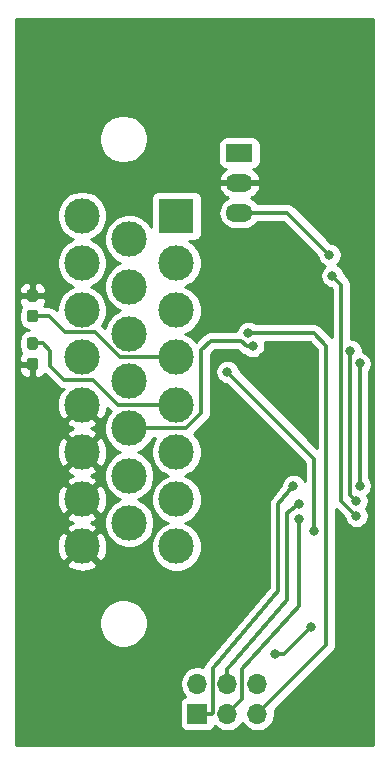
<source format=gbr>
G04 #@! TF.GenerationSoftware,KiCad,Pcbnew,5.1.6-c6e7f7d~87~ubuntu18.04.1*
G04 #@! TF.CreationDate,2020-11-30T10:13:03-05:00*
G04 #@! TF.ProjectId,pedal-board-2020,70656461-6c2d-4626-9f61-72642d323032,rev?*
G04 #@! TF.SameCoordinates,Original*
G04 #@! TF.FileFunction,Copper,L2,Bot*
G04 #@! TF.FilePolarity,Positive*
%FSLAX46Y46*%
G04 Gerber Fmt 4.6, Leading zero omitted, Abs format (unit mm)*
G04 Created by KiCad (PCBNEW 5.1.6-c6e7f7d~87~ubuntu18.04.1) date 2020-11-30 10:13:03*
%MOMM*%
%LPD*%
G01*
G04 APERTURE LIST*
G04 #@! TA.AperFunction,ComponentPad*
%ADD10R,3.000000X3.000000*%
G04 #@! TD*
G04 #@! TA.AperFunction,ComponentPad*
%ADD11C,3.000000*%
G04 #@! TD*
G04 #@! TA.AperFunction,ComponentPad*
%ADD12O,2.300000X1.500000*%
G04 #@! TD*
G04 #@! TA.AperFunction,ComponentPad*
%ADD13R,2.300000X1.500000*%
G04 #@! TD*
G04 #@! TA.AperFunction,ComponentPad*
%ADD14O,1.700000X1.700000*%
G04 #@! TD*
G04 #@! TA.AperFunction,ComponentPad*
%ADD15R,1.700000X1.700000*%
G04 #@! TD*
G04 #@! TA.AperFunction,ViaPad*
%ADD16C,0.800000*%
G04 #@! TD*
G04 #@! TA.AperFunction,Conductor*
%ADD17C,0.360000*%
G04 #@! TD*
G04 #@! TA.AperFunction,Conductor*
%ADD18C,0.254000*%
G04 #@! TD*
G04 APERTURE END LIST*
D10*
X96012000Y-68326000D03*
D11*
X96012000Y-72326000D03*
X96012000Y-76326000D03*
X96012000Y-80326000D03*
X96012000Y-84326000D03*
X96012000Y-88326000D03*
X96012000Y-92326000D03*
X96012000Y-96326000D03*
X92012000Y-70326000D03*
X92012000Y-74326000D03*
X92012000Y-78326000D03*
X92012000Y-82326000D03*
X92012000Y-86326000D03*
X92012000Y-90326000D03*
X92012000Y-94326000D03*
X88012000Y-68326000D03*
X88012000Y-72326000D03*
X88012000Y-76326000D03*
X88012000Y-80326000D03*
X88012000Y-84326000D03*
X88012000Y-88326000D03*
X88012000Y-92326000D03*
X88012000Y-96326000D03*
G04 #@! TA.AperFunction,SMDPad,CuDef*
G36*
G01*
X84057500Y-75596000D02*
X83582500Y-75596000D01*
G75*
G02*
X83345000Y-75358500I0J237500D01*
G01*
X83345000Y-74783500D01*
G75*
G02*
X83582500Y-74546000I237500J0D01*
G01*
X84057500Y-74546000D01*
G75*
G02*
X84295000Y-74783500I0J-237500D01*
G01*
X84295000Y-75358500D01*
G75*
G02*
X84057500Y-75596000I-237500J0D01*
G01*
G37*
G04 #@! TD.AperFunction*
G04 #@! TA.AperFunction,SMDPad,CuDef*
G36*
G01*
X84057500Y-77346000D02*
X83582500Y-77346000D01*
G75*
G02*
X83345000Y-77108500I0J237500D01*
G01*
X83345000Y-76533500D01*
G75*
G02*
X83582500Y-76296000I237500J0D01*
G01*
X84057500Y-76296000D01*
G75*
G02*
X84295000Y-76533500I0J-237500D01*
G01*
X84295000Y-77108500D01*
G75*
G02*
X84057500Y-77346000I-237500J0D01*
G01*
G37*
G04 #@! TD.AperFunction*
G04 #@! TA.AperFunction,SMDPad,CuDef*
G36*
G01*
X83582500Y-80360000D02*
X84057500Y-80360000D01*
G75*
G02*
X84295000Y-80597500I0J-237500D01*
G01*
X84295000Y-81172500D01*
G75*
G02*
X84057500Y-81410000I-237500J0D01*
G01*
X83582500Y-81410000D01*
G75*
G02*
X83345000Y-81172500I0J237500D01*
G01*
X83345000Y-80597500D01*
G75*
G02*
X83582500Y-80360000I237500J0D01*
G01*
G37*
G04 #@! TD.AperFunction*
G04 #@! TA.AperFunction,SMDPad,CuDef*
G36*
G01*
X83582500Y-78610000D02*
X84057500Y-78610000D01*
G75*
G02*
X84295000Y-78847500I0J-237500D01*
G01*
X84295000Y-79422500D01*
G75*
G02*
X84057500Y-79660000I-237500J0D01*
G01*
X83582500Y-79660000D01*
G75*
G02*
X83345000Y-79422500I0J237500D01*
G01*
X83345000Y-78847500D01*
G75*
G02*
X83582500Y-78610000I237500J0D01*
G01*
G37*
G04 #@! TD.AperFunction*
D12*
X101346000Y-68072000D03*
X101346000Y-65532000D03*
D13*
X101346000Y-62992000D03*
D14*
X102870000Y-107950000D03*
X102870000Y-110490000D03*
X100330000Y-107950000D03*
X100330000Y-110490000D03*
X97790000Y-107950000D03*
D15*
X97790000Y-110490000D03*
D16*
X105028000Y-80264000D03*
X103378000Y-80264000D03*
X102768400Y-98450400D03*
X98399600Y-99568000D03*
X104521000Y-88392000D03*
X104394000Y-105428000D03*
X107442000Y-103124000D03*
X108966000Y-71628000D03*
X102108000Y-78232000D03*
X110744000Y-79756000D03*
X111252000Y-92456000D03*
X106426000Y-92710000D03*
X106426000Y-93980000D03*
X111252000Y-93726000D03*
X109220000Y-73406000D03*
X111524000Y-80820456D03*
X111524000Y-91186000D03*
X105918000Y-91186000D03*
X100330000Y-81534000D03*
X107696000Y-94996000D03*
X102500000Y-79350000D03*
D17*
X105028000Y-80264000D02*
X103378000Y-80264000D01*
X104394000Y-105428000D02*
X105138000Y-105428000D01*
X105138000Y-105428000D02*
X107442000Y-103124000D01*
X101346000Y-68072000D02*
X105410000Y-68072000D01*
X105410000Y-68072000D02*
X108966000Y-71628000D01*
X107632000Y-78232000D02*
X102108000Y-78232000D01*
X108712000Y-79312000D02*
X107632000Y-78232000D01*
X102870000Y-110490000D02*
X108712000Y-104648000D01*
X108712000Y-104648000D02*
X108712000Y-79312000D01*
X110744000Y-79756000D02*
X110744000Y-91948000D01*
X110744000Y-91948000D02*
X111252000Y-92456000D01*
X105410000Y-93472000D02*
X106426000Y-92710000D01*
X105410000Y-100838000D02*
X105410000Y-93472000D01*
X100584000Y-106426000D02*
X105410000Y-100838000D01*
X100330000Y-106680000D02*
X100330000Y-107950000D01*
X100584000Y-106426000D02*
X100330000Y-106680000D01*
X109963999Y-74149999D02*
X109220000Y-73406000D01*
X111252000Y-93726000D02*
X109963999Y-92437999D01*
X109963999Y-92437999D02*
X109963999Y-74149999D01*
X106426000Y-101346000D02*
X106426000Y-93980000D01*
X101600000Y-106680000D02*
X106426000Y-101346000D01*
X101600000Y-109220000D02*
X100330000Y-110490000D01*
X101600000Y-106680000D02*
X101600000Y-109220000D01*
X111524000Y-80820456D02*
X111524000Y-91186000D01*
X104648000Y-92710000D02*
X105918000Y-91186000D01*
X104648000Y-100076000D02*
X104648000Y-92710000D01*
X99314000Y-106426000D02*
X104648000Y-100076000D01*
X99000000Y-110490000D02*
X97790000Y-110490000D01*
X99099999Y-110390001D02*
X99000000Y-110490000D01*
X99099999Y-106640001D02*
X99099999Y-110390001D01*
X99314000Y-106426000D02*
X99099999Y-106640001D01*
X88914401Y-82206001D02*
X86524001Y-82206001D01*
X96012000Y-84326000D02*
X91034400Y-84326000D01*
X91034400Y-84326000D02*
X88914401Y-82206001D01*
X86524001Y-82206001D02*
X85344000Y-81026000D01*
X85344000Y-81026000D02*
X85344000Y-79756000D01*
X84723000Y-79135000D02*
X83820000Y-79135000D01*
X85344000Y-79756000D02*
X84723000Y-79135000D01*
X89109599Y-78206001D02*
X86588001Y-78206001D01*
X96012000Y-80326000D02*
X91229598Y-80326000D01*
X91229598Y-80326000D02*
X89109599Y-78206001D01*
X85203000Y-76821000D02*
X83820000Y-76821000D01*
X86588001Y-78206001D02*
X85203000Y-76821000D01*
X100330000Y-81534000D02*
X107696000Y-88900000D01*
X107696000Y-88900000D02*
X107696000Y-94996000D01*
X96794402Y-86326000D02*
X98100000Y-85020402D01*
X92012000Y-86326000D02*
X96794402Y-86326000D01*
X98100000Y-85020402D02*
X98100000Y-79700000D01*
X98100000Y-79700000D02*
X98900000Y-78900000D01*
X98900000Y-78900000D02*
X101500000Y-78900000D01*
X101500000Y-78900000D02*
X101950000Y-79350000D01*
X101950000Y-79350000D02*
X102500000Y-79350000D01*
D18*
G36*
X112649000Y-113157000D02*
G01*
X82423000Y-113157000D01*
X82423000Y-102623108D01*
X89452000Y-102623108D01*
X89452000Y-103028892D01*
X89531165Y-103426880D01*
X89686452Y-103801776D01*
X89911894Y-104139173D01*
X90198827Y-104426106D01*
X90536224Y-104651548D01*
X90911120Y-104806835D01*
X91309108Y-104886000D01*
X91714892Y-104886000D01*
X92112880Y-104806835D01*
X92487776Y-104651548D01*
X92825173Y-104426106D01*
X93112106Y-104139173D01*
X93337548Y-103801776D01*
X93492835Y-103426880D01*
X93572000Y-103028892D01*
X93572000Y-102623108D01*
X93492835Y-102225120D01*
X93337548Y-101850224D01*
X93112106Y-101512827D01*
X92825173Y-101225894D01*
X92487776Y-101000452D01*
X92112880Y-100845165D01*
X91714892Y-100766000D01*
X91309108Y-100766000D01*
X90911120Y-100845165D01*
X90536224Y-101000452D01*
X90198827Y-101225894D01*
X89911894Y-101512827D01*
X89686452Y-101850224D01*
X89531165Y-102225120D01*
X89452000Y-102623108D01*
X82423000Y-102623108D01*
X82423000Y-97817653D01*
X86699952Y-97817653D01*
X86855962Y-98133214D01*
X87230745Y-98324020D01*
X87635551Y-98438044D01*
X88054824Y-98470902D01*
X88472451Y-98421334D01*
X88872383Y-98291243D01*
X89168038Y-98133214D01*
X89324048Y-97817653D01*
X88012000Y-96505605D01*
X86699952Y-97817653D01*
X82423000Y-97817653D01*
X82423000Y-96368824D01*
X85867098Y-96368824D01*
X85916666Y-96786451D01*
X86046757Y-97186383D01*
X86204786Y-97482038D01*
X86520347Y-97638048D01*
X87832395Y-96326000D01*
X88191605Y-96326000D01*
X89503653Y-97638048D01*
X89819214Y-97482038D01*
X90010020Y-97107255D01*
X90124044Y-96702449D01*
X90156902Y-96283176D01*
X90107334Y-95865549D01*
X89977243Y-95465617D01*
X89819214Y-95169962D01*
X89503653Y-95013952D01*
X88191605Y-96326000D01*
X87832395Y-96326000D01*
X86520347Y-95013952D01*
X86204786Y-95169962D01*
X86013980Y-95544745D01*
X85899956Y-95949551D01*
X85867098Y-96368824D01*
X82423000Y-96368824D01*
X82423000Y-93817653D01*
X86699952Y-93817653D01*
X86855962Y-94133214D01*
X87230745Y-94324020D01*
X87248865Y-94329124D01*
X87151617Y-94360757D01*
X86855962Y-94518786D01*
X86699952Y-94834347D01*
X88012000Y-96146395D01*
X89324048Y-94834347D01*
X89168038Y-94518786D01*
X88793255Y-94327980D01*
X88775135Y-94322876D01*
X88872383Y-94291243D01*
X89168038Y-94133214D01*
X89324048Y-93817653D01*
X88012000Y-92505605D01*
X86699952Y-93817653D01*
X82423000Y-93817653D01*
X82423000Y-92368824D01*
X85867098Y-92368824D01*
X85916666Y-92786451D01*
X86046757Y-93186383D01*
X86204786Y-93482038D01*
X86520347Y-93638048D01*
X87832395Y-92326000D01*
X88191605Y-92326000D01*
X89503653Y-93638048D01*
X89819214Y-93482038D01*
X90010020Y-93107255D01*
X90124044Y-92702449D01*
X90156902Y-92283176D01*
X90107334Y-91865549D01*
X89977243Y-91465617D01*
X89819214Y-91169962D01*
X89503653Y-91013952D01*
X88191605Y-92326000D01*
X87832395Y-92326000D01*
X86520347Y-91013952D01*
X86204786Y-91169962D01*
X86013980Y-91544745D01*
X85899956Y-91949551D01*
X85867098Y-92368824D01*
X82423000Y-92368824D01*
X82423000Y-89817653D01*
X86699952Y-89817653D01*
X86855962Y-90133214D01*
X87230745Y-90324020D01*
X87248865Y-90329124D01*
X87151617Y-90360757D01*
X86855962Y-90518786D01*
X86699952Y-90834347D01*
X88012000Y-92146395D01*
X89324048Y-90834347D01*
X89168038Y-90518786D01*
X88793255Y-90327980D01*
X88775135Y-90322876D01*
X88872383Y-90291243D01*
X89168038Y-90133214D01*
X89324048Y-89817653D01*
X88012000Y-88505605D01*
X86699952Y-89817653D01*
X82423000Y-89817653D01*
X82423000Y-88368824D01*
X85867098Y-88368824D01*
X85916666Y-88786451D01*
X86046757Y-89186383D01*
X86204786Y-89482038D01*
X86520347Y-89638048D01*
X87832395Y-88326000D01*
X88191605Y-88326000D01*
X89503653Y-89638048D01*
X89819214Y-89482038D01*
X90010020Y-89107255D01*
X90124044Y-88702449D01*
X90156902Y-88283176D01*
X90107334Y-87865549D01*
X89977243Y-87465617D01*
X89819214Y-87169962D01*
X89503653Y-87013952D01*
X88191605Y-88326000D01*
X87832395Y-88326000D01*
X86520347Y-87013952D01*
X86204786Y-87169962D01*
X86013980Y-87544745D01*
X85899956Y-87949551D01*
X85867098Y-88368824D01*
X82423000Y-88368824D01*
X82423000Y-85817653D01*
X86699952Y-85817653D01*
X86855962Y-86133214D01*
X87230745Y-86324020D01*
X87248865Y-86329124D01*
X87151617Y-86360757D01*
X86855962Y-86518786D01*
X86699952Y-86834347D01*
X88012000Y-88146395D01*
X89324048Y-86834347D01*
X89168038Y-86518786D01*
X88793255Y-86327980D01*
X88775135Y-86322876D01*
X88872383Y-86291243D01*
X89168038Y-86133214D01*
X89324048Y-85817653D01*
X88012000Y-84505605D01*
X86699952Y-85817653D01*
X82423000Y-85817653D01*
X82423000Y-81410000D01*
X82706928Y-81410000D01*
X82719188Y-81534482D01*
X82755498Y-81654180D01*
X82814463Y-81764494D01*
X82893815Y-81861185D01*
X82990506Y-81940537D01*
X83100820Y-81999502D01*
X83220518Y-82035812D01*
X83345000Y-82048072D01*
X83534250Y-82045000D01*
X83693000Y-81886250D01*
X83693000Y-81012000D01*
X82868750Y-81012000D01*
X82710000Y-81170750D01*
X82706928Y-81410000D01*
X82423000Y-81410000D01*
X82423000Y-75596000D01*
X82706928Y-75596000D01*
X82719188Y-75720482D01*
X82755498Y-75840180D01*
X82814463Y-75950494D01*
X82874099Y-76023161D01*
X82854488Y-76047058D01*
X82773577Y-76198433D01*
X82723752Y-76362684D01*
X82706928Y-76533500D01*
X82706928Y-77108500D01*
X82723752Y-77279316D01*
X82773577Y-77443567D01*
X82854488Y-77594942D01*
X82963377Y-77727623D01*
X83096058Y-77836512D01*
X83247433Y-77917423D01*
X83411684Y-77967248D01*
X83520850Y-77978000D01*
X83411684Y-77988752D01*
X83247433Y-78038577D01*
X83096058Y-78119488D01*
X82963377Y-78228377D01*
X82854488Y-78361058D01*
X82773577Y-78512433D01*
X82723752Y-78676684D01*
X82706928Y-78847500D01*
X82706928Y-79422500D01*
X82723752Y-79593316D01*
X82773577Y-79757567D01*
X82854488Y-79908942D01*
X82874099Y-79932839D01*
X82814463Y-80005506D01*
X82755498Y-80115820D01*
X82719188Y-80235518D01*
X82706928Y-80360000D01*
X82710000Y-80599250D01*
X82868750Y-80758000D01*
X83693000Y-80758000D01*
X83693000Y-80738000D01*
X83947000Y-80738000D01*
X83947000Y-80758000D01*
X83967000Y-80758000D01*
X83967000Y-81012000D01*
X83947000Y-81012000D01*
X83947000Y-81886250D01*
X84105750Y-82045000D01*
X84295000Y-82048072D01*
X84419482Y-82035812D01*
X84539180Y-81999502D01*
X84649494Y-81940537D01*
X84746185Y-81861185D01*
X84825537Y-81764494D01*
X84861894Y-81696477D01*
X85919401Y-82753985D01*
X85944921Y-82785081D01*
X86069021Y-82886927D01*
X86210605Y-82962606D01*
X86364233Y-83009208D01*
X86483968Y-83021001D01*
X86483977Y-83021001D01*
X86502416Y-83022817D01*
X86204786Y-83169962D01*
X86013980Y-83544745D01*
X85899956Y-83949551D01*
X85867098Y-84368824D01*
X85916666Y-84786451D01*
X86046757Y-85186383D01*
X86204786Y-85482038D01*
X86520347Y-85638048D01*
X87832395Y-84326000D01*
X87818253Y-84311858D01*
X87997858Y-84132253D01*
X88012000Y-84146395D01*
X88026143Y-84132253D01*
X88205748Y-84311858D01*
X88191605Y-84326000D01*
X89503653Y-85638048D01*
X89819214Y-85482038D01*
X90010020Y-85107255D01*
X90124044Y-84702449D01*
X90133798Y-84577982D01*
X90429801Y-84873985D01*
X90436503Y-84882151D01*
X90353637Y-84965017D01*
X90119988Y-85314698D01*
X89959047Y-85703244D01*
X89877000Y-86115721D01*
X89877000Y-86536279D01*
X89959047Y-86948756D01*
X90119988Y-87337302D01*
X90353637Y-87686983D01*
X90651017Y-87984363D01*
X91000698Y-88218012D01*
X91261404Y-88326000D01*
X91000698Y-88433988D01*
X90651017Y-88667637D01*
X90353637Y-88965017D01*
X90119988Y-89314698D01*
X89959047Y-89703244D01*
X89877000Y-90115721D01*
X89877000Y-90536279D01*
X89959047Y-90948756D01*
X90119988Y-91337302D01*
X90353637Y-91686983D01*
X90651017Y-91984363D01*
X91000698Y-92218012D01*
X91261404Y-92326000D01*
X91000698Y-92433988D01*
X90651017Y-92667637D01*
X90353637Y-92965017D01*
X90119988Y-93314698D01*
X89959047Y-93703244D01*
X89877000Y-94115721D01*
X89877000Y-94536279D01*
X89959047Y-94948756D01*
X90119988Y-95337302D01*
X90353637Y-95686983D01*
X90651017Y-95984363D01*
X91000698Y-96218012D01*
X91389244Y-96378953D01*
X91801721Y-96461000D01*
X92222279Y-96461000D01*
X92634756Y-96378953D01*
X93023302Y-96218012D01*
X93372983Y-95984363D01*
X93670363Y-95686983D01*
X93904012Y-95337302D01*
X94064953Y-94948756D01*
X94147000Y-94536279D01*
X94147000Y-94115721D01*
X94064953Y-93703244D01*
X93904012Y-93314698D01*
X93670363Y-92965017D01*
X93372983Y-92667637D01*
X93023302Y-92433988D01*
X92762596Y-92326000D01*
X93023302Y-92218012D01*
X93372983Y-91984363D01*
X93670363Y-91686983D01*
X93904012Y-91337302D01*
X94064953Y-90948756D01*
X94147000Y-90536279D01*
X94147000Y-90115721D01*
X94064953Y-89703244D01*
X93904012Y-89314698D01*
X93670363Y-88965017D01*
X93372983Y-88667637D01*
X93023302Y-88433988D01*
X92762596Y-88326000D01*
X93023302Y-88218012D01*
X93372983Y-87984363D01*
X93670363Y-87686983D01*
X93904012Y-87337302D01*
X93985323Y-87141000D01*
X94236049Y-87141000D01*
X94119988Y-87314698D01*
X93959047Y-87703244D01*
X93877000Y-88115721D01*
X93877000Y-88536279D01*
X93959047Y-88948756D01*
X94119988Y-89337302D01*
X94353637Y-89686983D01*
X94651017Y-89984363D01*
X95000698Y-90218012D01*
X95261404Y-90326000D01*
X95000698Y-90433988D01*
X94651017Y-90667637D01*
X94353637Y-90965017D01*
X94119988Y-91314698D01*
X93959047Y-91703244D01*
X93877000Y-92115721D01*
X93877000Y-92536279D01*
X93959047Y-92948756D01*
X94119988Y-93337302D01*
X94353637Y-93686983D01*
X94651017Y-93984363D01*
X95000698Y-94218012D01*
X95261404Y-94326000D01*
X95000698Y-94433988D01*
X94651017Y-94667637D01*
X94353637Y-94965017D01*
X94119988Y-95314698D01*
X93959047Y-95703244D01*
X93877000Y-96115721D01*
X93877000Y-96536279D01*
X93959047Y-96948756D01*
X94119988Y-97337302D01*
X94353637Y-97686983D01*
X94651017Y-97984363D01*
X95000698Y-98218012D01*
X95389244Y-98378953D01*
X95801721Y-98461000D01*
X96222279Y-98461000D01*
X96634756Y-98378953D01*
X97023302Y-98218012D01*
X97372983Y-97984363D01*
X97670363Y-97686983D01*
X97904012Y-97337302D01*
X98064953Y-96948756D01*
X98147000Y-96536279D01*
X98147000Y-96115721D01*
X98064953Y-95703244D01*
X97904012Y-95314698D01*
X97670363Y-94965017D01*
X97372983Y-94667637D01*
X97023302Y-94433988D01*
X96762596Y-94326000D01*
X97023302Y-94218012D01*
X97372983Y-93984363D01*
X97670363Y-93686983D01*
X97904012Y-93337302D01*
X98064953Y-92948756D01*
X98147000Y-92536279D01*
X98147000Y-92115721D01*
X98064953Y-91703244D01*
X97904012Y-91314698D01*
X97670363Y-90965017D01*
X97372983Y-90667637D01*
X97023302Y-90433988D01*
X96762596Y-90326000D01*
X97023302Y-90218012D01*
X97372983Y-89984363D01*
X97670363Y-89686983D01*
X97904012Y-89337302D01*
X98064953Y-88948756D01*
X98147000Y-88536279D01*
X98147000Y-88115721D01*
X98064953Y-87703244D01*
X97904012Y-87314698D01*
X97670363Y-86965017D01*
X97489166Y-86783820D01*
X98647986Y-85625000D01*
X98679080Y-85599482D01*
X98780926Y-85475382D01*
X98856605Y-85333798D01*
X98903207Y-85180170D01*
X98915000Y-85060435D01*
X98915000Y-85060426D01*
X98918942Y-85020403D01*
X98915000Y-84980380D01*
X98915000Y-80037583D01*
X99237584Y-79715000D01*
X101162417Y-79715000D01*
X101345397Y-79897980D01*
X101370920Y-79929080D01*
X101495020Y-80030926D01*
X101636604Y-80106605D01*
X101790232Y-80153207D01*
X101847588Y-80158856D01*
X102009744Y-80267205D01*
X102198102Y-80345226D01*
X102398061Y-80385000D01*
X102601939Y-80385000D01*
X102801898Y-80345226D01*
X102990256Y-80267205D01*
X103159774Y-80153937D01*
X103303937Y-80009774D01*
X103417205Y-79840256D01*
X103495226Y-79651898D01*
X103535000Y-79451939D01*
X103535000Y-79248061D01*
X103495226Y-79048102D01*
X103494770Y-79047000D01*
X107294417Y-79047000D01*
X107897001Y-79649585D01*
X107897001Y-87948417D01*
X101361116Y-81412533D01*
X101325226Y-81232102D01*
X101247205Y-81043744D01*
X101133937Y-80874226D01*
X100989774Y-80730063D01*
X100820256Y-80616795D01*
X100631898Y-80538774D01*
X100431939Y-80499000D01*
X100228061Y-80499000D01*
X100028102Y-80538774D01*
X99839744Y-80616795D01*
X99670226Y-80730063D01*
X99526063Y-80874226D01*
X99412795Y-81043744D01*
X99334774Y-81232102D01*
X99295000Y-81432061D01*
X99295000Y-81635939D01*
X99334774Y-81835898D01*
X99412795Y-82024256D01*
X99526063Y-82193774D01*
X99670226Y-82337937D01*
X99839744Y-82451205D01*
X100028102Y-82529226D01*
X100208533Y-82565116D01*
X106881000Y-89237584D01*
X106881000Y-90806303D01*
X106835205Y-90695744D01*
X106721937Y-90526226D01*
X106577774Y-90382063D01*
X106408256Y-90268795D01*
X106219898Y-90190774D01*
X106019939Y-90151000D01*
X105816061Y-90151000D01*
X105616102Y-90190774D01*
X105427744Y-90268795D01*
X105258226Y-90382063D01*
X105114063Y-90526226D01*
X105000795Y-90695744D01*
X104922774Y-90884102D01*
X104883000Y-91084061D01*
X104883000Y-91154929D01*
X104071307Y-92128962D01*
X104068921Y-92130920D01*
X104020010Y-92190518D01*
X103996272Y-92219004D01*
X103994543Y-92221550D01*
X103967075Y-92255020D01*
X103949557Y-92287793D01*
X103928679Y-92318537D01*
X103911808Y-92358416D01*
X103891396Y-92396604D01*
X103880610Y-92432161D01*
X103866129Y-92466391D01*
X103857361Y-92508802D01*
X103844794Y-92550232D01*
X103841151Y-92587215D01*
X103833628Y-92623608D01*
X103833302Y-92666906D01*
X103833001Y-92669967D01*
X103833001Y-92707002D01*
X103832421Y-92784143D01*
X103833001Y-92787178D01*
X103833000Y-99779121D01*
X98712696Y-105874721D01*
X98552019Y-106035398D01*
X98520919Y-106060921D01*
X98464362Y-106129836D01*
X98419073Y-106185021D01*
X98397693Y-106225020D01*
X98343394Y-106326606D01*
X98296792Y-106480234D01*
X98289947Y-106549733D01*
X98223158Y-106522068D01*
X97936260Y-106465000D01*
X97643740Y-106465000D01*
X97356842Y-106522068D01*
X97086589Y-106634010D01*
X96843368Y-106796525D01*
X96636525Y-107003368D01*
X96474010Y-107246589D01*
X96362068Y-107516842D01*
X96305000Y-107803740D01*
X96305000Y-108096260D01*
X96362068Y-108383158D01*
X96474010Y-108653411D01*
X96636525Y-108896632D01*
X96768380Y-109028487D01*
X96695820Y-109050498D01*
X96585506Y-109109463D01*
X96488815Y-109188815D01*
X96409463Y-109285506D01*
X96350498Y-109395820D01*
X96314188Y-109515518D01*
X96301928Y-109640000D01*
X96301928Y-111340000D01*
X96314188Y-111464482D01*
X96350498Y-111584180D01*
X96409463Y-111694494D01*
X96488815Y-111791185D01*
X96585506Y-111870537D01*
X96695820Y-111929502D01*
X96815518Y-111965812D01*
X96940000Y-111978072D01*
X98640000Y-111978072D01*
X98764482Y-111965812D01*
X98884180Y-111929502D01*
X98994494Y-111870537D01*
X99091185Y-111791185D01*
X99170537Y-111694494D01*
X99229502Y-111584180D01*
X99251513Y-111511620D01*
X99383368Y-111643475D01*
X99626589Y-111805990D01*
X99896842Y-111917932D01*
X100183740Y-111975000D01*
X100476260Y-111975000D01*
X100763158Y-111917932D01*
X101033411Y-111805990D01*
X101276632Y-111643475D01*
X101483475Y-111436632D01*
X101600000Y-111262240D01*
X101716525Y-111436632D01*
X101923368Y-111643475D01*
X102166589Y-111805990D01*
X102436842Y-111917932D01*
X102723740Y-111975000D01*
X103016260Y-111975000D01*
X103303158Y-111917932D01*
X103573411Y-111805990D01*
X103816632Y-111643475D01*
X104023475Y-111436632D01*
X104185990Y-111193411D01*
X104297932Y-110923158D01*
X104355000Y-110636260D01*
X104355000Y-110343740D01*
X104324114Y-110188469D01*
X109259986Y-105252598D01*
X109291080Y-105227080D01*
X109392926Y-105102980D01*
X109468605Y-104961396D01*
X109515207Y-104807768D01*
X109527000Y-104688033D01*
X109527000Y-104688032D01*
X109530943Y-104648000D01*
X109527000Y-104607967D01*
X109527000Y-93153583D01*
X110220885Y-93847468D01*
X110256774Y-94027898D01*
X110334795Y-94216256D01*
X110448063Y-94385774D01*
X110592226Y-94529937D01*
X110761744Y-94643205D01*
X110950102Y-94721226D01*
X111150061Y-94761000D01*
X111353939Y-94761000D01*
X111553898Y-94721226D01*
X111742256Y-94643205D01*
X111911774Y-94529937D01*
X112055937Y-94385774D01*
X112169205Y-94216256D01*
X112247226Y-94027898D01*
X112287000Y-93827939D01*
X112287000Y-93624061D01*
X112247226Y-93424102D01*
X112169205Y-93235744D01*
X112072490Y-93091000D01*
X112169205Y-92946256D01*
X112247226Y-92757898D01*
X112287000Y-92557939D01*
X112287000Y-92354061D01*
X112247226Y-92154102D01*
X112180212Y-91992317D01*
X112183774Y-91989937D01*
X112327937Y-91845774D01*
X112441205Y-91676256D01*
X112519226Y-91487898D01*
X112559000Y-91287939D01*
X112559000Y-91084061D01*
X112519226Y-90884102D01*
X112441205Y-90695744D01*
X112339000Y-90542783D01*
X112339000Y-81463673D01*
X112441205Y-81310712D01*
X112519226Y-81122354D01*
X112559000Y-80922395D01*
X112559000Y-80718517D01*
X112519226Y-80518558D01*
X112441205Y-80330200D01*
X112327937Y-80160682D01*
X112183774Y-80016519D01*
X112014256Y-79903251D01*
X111825898Y-79825230D01*
X111779000Y-79815901D01*
X111779000Y-79654061D01*
X111739226Y-79454102D01*
X111661205Y-79265744D01*
X111547937Y-79096226D01*
X111403774Y-78952063D01*
X111234256Y-78838795D01*
X111045898Y-78760774D01*
X110845939Y-78721000D01*
X110778999Y-78721000D01*
X110778999Y-74190021D01*
X110782941Y-74149998D01*
X110778999Y-74109975D01*
X110778999Y-74109966D01*
X110767206Y-73990231D01*
X110720604Y-73836603D01*
X110644925Y-73695019D01*
X110543079Y-73570919D01*
X110511984Y-73545400D01*
X110251115Y-73284532D01*
X110215226Y-73104102D01*
X110137205Y-72915744D01*
X110023937Y-72746226D01*
X109879774Y-72602063D01*
X109710256Y-72488795D01*
X109605574Y-72445434D01*
X109625774Y-72431937D01*
X109769937Y-72287774D01*
X109883205Y-72118256D01*
X109961226Y-71929898D01*
X110001000Y-71729939D01*
X110001000Y-71526061D01*
X109961226Y-71326102D01*
X109883205Y-71137744D01*
X109769937Y-70968226D01*
X109625774Y-70824063D01*
X109456256Y-70710795D01*
X109267898Y-70632774D01*
X109087468Y-70596885D01*
X106014603Y-67524020D01*
X105989080Y-67492920D01*
X105864980Y-67391074D01*
X105723396Y-67315395D01*
X105569768Y-67268793D01*
X105450033Y-67257000D01*
X105450023Y-67257000D01*
X105410000Y-67253058D01*
X105369977Y-67257000D01*
X102868843Y-67257000D01*
X102730081Y-67087919D01*
X102519188Y-66914843D01*
X102303422Y-66799514D01*
X102393349Y-66762972D01*
X102621061Y-66613028D01*
X102815145Y-66421540D01*
X102968142Y-66195868D01*
X103074173Y-65944684D01*
X103088318Y-65873185D01*
X102965656Y-65659000D01*
X101473000Y-65659000D01*
X101473000Y-65679000D01*
X101219000Y-65679000D01*
X101219000Y-65659000D01*
X99726344Y-65659000D01*
X99603682Y-65873185D01*
X99617827Y-65944684D01*
X99723858Y-66195868D01*
X99876855Y-66421540D01*
X100070939Y-66613028D01*
X100298651Y-66762972D01*
X100388578Y-66799514D01*
X100172812Y-66914843D01*
X99961919Y-67087919D01*
X99788843Y-67298812D01*
X99660236Y-67539419D01*
X99581040Y-67800493D01*
X99554299Y-68072000D01*
X99581040Y-68343507D01*
X99660236Y-68604581D01*
X99788843Y-68845188D01*
X99961919Y-69056081D01*
X100172812Y-69229157D01*
X100413419Y-69357764D01*
X100674493Y-69436960D01*
X100877963Y-69457000D01*
X101814037Y-69457000D01*
X102017507Y-69436960D01*
X102278581Y-69357764D01*
X102519188Y-69229157D01*
X102730081Y-69056081D01*
X102868843Y-68887000D01*
X105072417Y-68887000D01*
X107934885Y-71749468D01*
X107970774Y-71929898D01*
X108048795Y-72118256D01*
X108162063Y-72287774D01*
X108306226Y-72431937D01*
X108475744Y-72545205D01*
X108580426Y-72588566D01*
X108560226Y-72602063D01*
X108416063Y-72746226D01*
X108302795Y-72915744D01*
X108224774Y-73104102D01*
X108185000Y-73304061D01*
X108185000Y-73507939D01*
X108224774Y-73707898D01*
X108302795Y-73896256D01*
X108416063Y-74065774D01*
X108560226Y-74209937D01*
X108729744Y-74323205D01*
X108918102Y-74401226D01*
X109098532Y-74437115D01*
X109149000Y-74487584D01*
X109149000Y-78596416D01*
X108236603Y-77684020D01*
X108211080Y-77652920D01*
X108086980Y-77551074D01*
X107945396Y-77475395D01*
X107791768Y-77428793D01*
X107672033Y-77417000D01*
X107672023Y-77417000D01*
X107632000Y-77413058D01*
X107591977Y-77417000D01*
X102751217Y-77417000D01*
X102598256Y-77314795D01*
X102409898Y-77236774D01*
X102209939Y-77197000D01*
X102006061Y-77197000D01*
X101806102Y-77236774D01*
X101617744Y-77314795D01*
X101448226Y-77428063D01*
X101304063Y-77572226D01*
X101190795Y-77741744D01*
X101112774Y-77930102D01*
X101081963Y-78085000D01*
X98940023Y-78085000D01*
X98900000Y-78081058D01*
X98859977Y-78085000D01*
X98859967Y-78085000D01*
X98740232Y-78096793D01*
X98586604Y-78143395D01*
X98445020Y-78219074D01*
X98320920Y-78320920D01*
X98295401Y-78352015D01*
X97675184Y-78972233D01*
X97670363Y-78965017D01*
X97372983Y-78667637D01*
X97023302Y-78433988D01*
X96762596Y-78326000D01*
X97023302Y-78218012D01*
X97372983Y-77984363D01*
X97670363Y-77686983D01*
X97904012Y-77337302D01*
X98064953Y-76948756D01*
X98147000Y-76536279D01*
X98147000Y-76115721D01*
X98064953Y-75703244D01*
X97904012Y-75314698D01*
X97670363Y-74965017D01*
X97372983Y-74667637D01*
X97023302Y-74433988D01*
X96762596Y-74326000D01*
X97023302Y-74218012D01*
X97372983Y-73984363D01*
X97670363Y-73686983D01*
X97904012Y-73337302D01*
X98064953Y-72948756D01*
X98147000Y-72536279D01*
X98147000Y-72115721D01*
X98064953Y-71703244D01*
X97904012Y-71314698D01*
X97670363Y-70965017D01*
X97372983Y-70667637D01*
X97068326Y-70464072D01*
X97512000Y-70464072D01*
X97636482Y-70451812D01*
X97756180Y-70415502D01*
X97866494Y-70356537D01*
X97963185Y-70277185D01*
X98042537Y-70180494D01*
X98101502Y-70070180D01*
X98137812Y-69950482D01*
X98150072Y-69826000D01*
X98150072Y-66826000D01*
X98137812Y-66701518D01*
X98101502Y-66581820D01*
X98042537Y-66471506D01*
X97963185Y-66374815D01*
X97866494Y-66295463D01*
X97756180Y-66236498D01*
X97636482Y-66200188D01*
X97512000Y-66187928D01*
X94512000Y-66187928D01*
X94387518Y-66200188D01*
X94267820Y-66236498D01*
X94157506Y-66295463D01*
X94060815Y-66374815D01*
X93981463Y-66471506D01*
X93922498Y-66581820D01*
X93886188Y-66701518D01*
X93873928Y-66826000D01*
X93873928Y-69269674D01*
X93670363Y-68965017D01*
X93372983Y-68667637D01*
X93023302Y-68433988D01*
X92634756Y-68273047D01*
X92222279Y-68191000D01*
X91801721Y-68191000D01*
X91389244Y-68273047D01*
X91000698Y-68433988D01*
X90651017Y-68667637D01*
X90353637Y-68965017D01*
X90119988Y-69314698D01*
X89959047Y-69703244D01*
X89877000Y-70115721D01*
X89877000Y-70536279D01*
X89959047Y-70948756D01*
X90119988Y-71337302D01*
X90353637Y-71686983D01*
X90651017Y-71984363D01*
X91000698Y-72218012D01*
X91261404Y-72326000D01*
X91000698Y-72433988D01*
X90651017Y-72667637D01*
X90353637Y-72965017D01*
X90119988Y-73314698D01*
X89959047Y-73703244D01*
X89877000Y-74115721D01*
X89877000Y-74536279D01*
X89959047Y-74948756D01*
X90119988Y-75337302D01*
X90353637Y-75686983D01*
X90651017Y-75984363D01*
X91000698Y-76218012D01*
X91261404Y-76326000D01*
X91000698Y-76433988D01*
X90651017Y-76667637D01*
X90353637Y-76965017D01*
X90119988Y-77314698D01*
X89959047Y-77703244D01*
X89925928Y-77869746D01*
X89714202Y-77658021D01*
X89700704Y-77641574D01*
X89904012Y-77337302D01*
X90064953Y-76948756D01*
X90147000Y-76536279D01*
X90147000Y-76115721D01*
X90064953Y-75703244D01*
X89904012Y-75314698D01*
X89670363Y-74965017D01*
X89372983Y-74667637D01*
X89023302Y-74433988D01*
X88762596Y-74326000D01*
X89023302Y-74218012D01*
X89372983Y-73984363D01*
X89670363Y-73686983D01*
X89904012Y-73337302D01*
X90064953Y-72948756D01*
X90147000Y-72536279D01*
X90147000Y-72115721D01*
X90064953Y-71703244D01*
X89904012Y-71314698D01*
X89670363Y-70965017D01*
X89372983Y-70667637D01*
X89023302Y-70433988D01*
X88762596Y-70326000D01*
X89023302Y-70218012D01*
X89372983Y-69984363D01*
X89670363Y-69686983D01*
X89904012Y-69337302D01*
X90064953Y-68948756D01*
X90147000Y-68536279D01*
X90147000Y-68115721D01*
X90064953Y-67703244D01*
X89904012Y-67314698D01*
X89670363Y-66965017D01*
X89372983Y-66667637D01*
X89023302Y-66433988D01*
X88634756Y-66273047D01*
X88222279Y-66191000D01*
X87801721Y-66191000D01*
X87389244Y-66273047D01*
X87000698Y-66433988D01*
X86651017Y-66667637D01*
X86353637Y-66965017D01*
X86119988Y-67314698D01*
X85959047Y-67703244D01*
X85877000Y-68115721D01*
X85877000Y-68536279D01*
X85959047Y-68948756D01*
X86119988Y-69337302D01*
X86353637Y-69686983D01*
X86651017Y-69984363D01*
X87000698Y-70218012D01*
X87261404Y-70326000D01*
X87000698Y-70433988D01*
X86651017Y-70667637D01*
X86353637Y-70965017D01*
X86119988Y-71314698D01*
X85959047Y-71703244D01*
X85877000Y-72115721D01*
X85877000Y-72536279D01*
X85959047Y-72948756D01*
X86119988Y-73337302D01*
X86353637Y-73686983D01*
X86651017Y-73984363D01*
X87000698Y-74218012D01*
X87261404Y-74326000D01*
X87000698Y-74433988D01*
X86651017Y-74667637D01*
X86353637Y-74965017D01*
X86119988Y-75314698D01*
X85959047Y-75703244D01*
X85877000Y-76115721D01*
X85877000Y-76342417D01*
X85807603Y-76273020D01*
X85782080Y-76241920D01*
X85657980Y-76140074D01*
X85516396Y-76064395D01*
X85362768Y-76017793D01*
X85243033Y-76006000D01*
X85243023Y-76006000D01*
X85203000Y-76002058D01*
X85162977Y-76006000D01*
X84779985Y-76006000D01*
X84825537Y-75950494D01*
X84884502Y-75840180D01*
X84920812Y-75720482D01*
X84933072Y-75596000D01*
X84930000Y-75356750D01*
X84771250Y-75198000D01*
X83947000Y-75198000D01*
X83947000Y-75218000D01*
X83693000Y-75218000D01*
X83693000Y-75198000D01*
X82868750Y-75198000D01*
X82710000Y-75356750D01*
X82706928Y-75596000D01*
X82423000Y-75596000D01*
X82423000Y-74546000D01*
X82706928Y-74546000D01*
X82710000Y-74785250D01*
X82868750Y-74944000D01*
X83693000Y-74944000D01*
X83693000Y-74069750D01*
X83947000Y-74069750D01*
X83947000Y-74944000D01*
X84771250Y-74944000D01*
X84930000Y-74785250D01*
X84933072Y-74546000D01*
X84920812Y-74421518D01*
X84884502Y-74301820D01*
X84825537Y-74191506D01*
X84746185Y-74094815D01*
X84649494Y-74015463D01*
X84539180Y-73956498D01*
X84419482Y-73920188D01*
X84295000Y-73907928D01*
X84105750Y-73911000D01*
X83947000Y-74069750D01*
X83693000Y-74069750D01*
X83534250Y-73911000D01*
X83345000Y-73907928D01*
X83220518Y-73920188D01*
X83100820Y-73956498D01*
X82990506Y-74015463D01*
X82893815Y-74094815D01*
X82814463Y-74191506D01*
X82755498Y-74301820D01*
X82719188Y-74421518D01*
X82706928Y-74546000D01*
X82423000Y-74546000D01*
X82423000Y-61623108D01*
X89452000Y-61623108D01*
X89452000Y-62028892D01*
X89531165Y-62426880D01*
X89686452Y-62801776D01*
X89911894Y-63139173D01*
X90198827Y-63426106D01*
X90536224Y-63651548D01*
X90911120Y-63806835D01*
X91309108Y-63886000D01*
X91714892Y-63886000D01*
X92112880Y-63806835D01*
X92487776Y-63651548D01*
X92825173Y-63426106D01*
X93112106Y-63139173D01*
X93337548Y-62801776D01*
X93492835Y-62426880D01*
X93529610Y-62242000D01*
X99557928Y-62242000D01*
X99557928Y-63742000D01*
X99570188Y-63866482D01*
X99606498Y-63986180D01*
X99665463Y-64096494D01*
X99744815Y-64193185D01*
X99841506Y-64272537D01*
X99951820Y-64331502D01*
X100071518Y-64367812D01*
X100180874Y-64378582D01*
X100070939Y-64450972D01*
X99876855Y-64642460D01*
X99723858Y-64868132D01*
X99617827Y-65119316D01*
X99603682Y-65190815D01*
X99726344Y-65405000D01*
X101219000Y-65405000D01*
X101219000Y-65385000D01*
X101473000Y-65385000D01*
X101473000Y-65405000D01*
X102965656Y-65405000D01*
X103088318Y-65190815D01*
X103074173Y-65119316D01*
X102968142Y-64868132D01*
X102815145Y-64642460D01*
X102621061Y-64450972D01*
X102511126Y-64378582D01*
X102620482Y-64367812D01*
X102740180Y-64331502D01*
X102850494Y-64272537D01*
X102947185Y-64193185D01*
X103026537Y-64096494D01*
X103085502Y-63986180D01*
X103121812Y-63866482D01*
X103134072Y-63742000D01*
X103134072Y-62242000D01*
X103121812Y-62117518D01*
X103085502Y-61997820D01*
X103026537Y-61887506D01*
X102947185Y-61790815D01*
X102850494Y-61711463D01*
X102740180Y-61652498D01*
X102620482Y-61616188D01*
X102496000Y-61603928D01*
X100196000Y-61603928D01*
X100071518Y-61616188D01*
X99951820Y-61652498D01*
X99841506Y-61711463D01*
X99744815Y-61790815D01*
X99665463Y-61887506D01*
X99606498Y-61997820D01*
X99570188Y-62117518D01*
X99557928Y-62242000D01*
X93529610Y-62242000D01*
X93572000Y-62028892D01*
X93572000Y-61623108D01*
X93492835Y-61225120D01*
X93337548Y-60850224D01*
X93112106Y-60512827D01*
X92825173Y-60225894D01*
X92487776Y-60000452D01*
X92112880Y-59845165D01*
X91714892Y-59766000D01*
X91309108Y-59766000D01*
X90911120Y-59845165D01*
X90536224Y-60000452D01*
X90198827Y-60225894D01*
X89911894Y-60512827D01*
X89686452Y-60850224D01*
X89531165Y-61225120D01*
X89452000Y-61623108D01*
X82423000Y-61623108D01*
X82423000Y-51689000D01*
X112649000Y-51689000D01*
X112649000Y-113157000D01*
G37*
X112649000Y-113157000D02*
X82423000Y-113157000D01*
X82423000Y-102623108D01*
X89452000Y-102623108D01*
X89452000Y-103028892D01*
X89531165Y-103426880D01*
X89686452Y-103801776D01*
X89911894Y-104139173D01*
X90198827Y-104426106D01*
X90536224Y-104651548D01*
X90911120Y-104806835D01*
X91309108Y-104886000D01*
X91714892Y-104886000D01*
X92112880Y-104806835D01*
X92487776Y-104651548D01*
X92825173Y-104426106D01*
X93112106Y-104139173D01*
X93337548Y-103801776D01*
X93492835Y-103426880D01*
X93572000Y-103028892D01*
X93572000Y-102623108D01*
X93492835Y-102225120D01*
X93337548Y-101850224D01*
X93112106Y-101512827D01*
X92825173Y-101225894D01*
X92487776Y-101000452D01*
X92112880Y-100845165D01*
X91714892Y-100766000D01*
X91309108Y-100766000D01*
X90911120Y-100845165D01*
X90536224Y-101000452D01*
X90198827Y-101225894D01*
X89911894Y-101512827D01*
X89686452Y-101850224D01*
X89531165Y-102225120D01*
X89452000Y-102623108D01*
X82423000Y-102623108D01*
X82423000Y-97817653D01*
X86699952Y-97817653D01*
X86855962Y-98133214D01*
X87230745Y-98324020D01*
X87635551Y-98438044D01*
X88054824Y-98470902D01*
X88472451Y-98421334D01*
X88872383Y-98291243D01*
X89168038Y-98133214D01*
X89324048Y-97817653D01*
X88012000Y-96505605D01*
X86699952Y-97817653D01*
X82423000Y-97817653D01*
X82423000Y-96368824D01*
X85867098Y-96368824D01*
X85916666Y-96786451D01*
X86046757Y-97186383D01*
X86204786Y-97482038D01*
X86520347Y-97638048D01*
X87832395Y-96326000D01*
X88191605Y-96326000D01*
X89503653Y-97638048D01*
X89819214Y-97482038D01*
X90010020Y-97107255D01*
X90124044Y-96702449D01*
X90156902Y-96283176D01*
X90107334Y-95865549D01*
X89977243Y-95465617D01*
X89819214Y-95169962D01*
X89503653Y-95013952D01*
X88191605Y-96326000D01*
X87832395Y-96326000D01*
X86520347Y-95013952D01*
X86204786Y-95169962D01*
X86013980Y-95544745D01*
X85899956Y-95949551D01*
X85867098Y-96368824D01*
X82423000Y-96368824D01*
X82423000Y-93817653D01*
X86699952Y-93817653D01*
X86855962Y-94133214D01*
X87230745Y-94324020D01*
X87248865Y-94329124D01*
X87151617Y-94360757D01*
X86855962Y-94518786D01*
X86699952Y-94834347D01*
X88012000Y-96146395D01*
X89324048Y-94834347D01*
X89168038Y-94518786D01*
X88793255Y-94327980D01*
X88775135Y-94322876D01*
X88872383Y-94291243D01*
X89168038Y-94133214D01*
X89324048Y-93817653D01*
X88012000Y-92505605D01*
X86699952Y-93817653D01*
X82423000Y-93817653D01*
X82423000Y-92368824D01*
X85867098Y-92368824D01*
X85916666Y-92786451D01*
X86046757Y-93186383D01*
X86204786Y-93482038D01*
X86520347Y-93638048D01*
X87832395Y-92326000D01*
X88191605Y-92326000D01*
X89503653Y-93638048D01*
X89819214Y-93482038D01*
X90010020Y-93107255D01*
X90124044Y-92702449D01*
X90156902Y-92283176D01*
X90107334Y-91865549D01*
X89977243Y-91465617D01*
X89819214Y-91169962D01*
X89503653Y-91013952D01*
X88191605Y-92326000D01*
X87832395Y-92326000D01*
X86520347Y-91013952D01*
X86204786Y-91169962D01*
X86013980Y-91544745D01*
X85899956Y-91949551D01*
X85867098Y-92368824D01*
X82423000Y-92368824D01*
X82423000Y-89817653D01*
X86699952Y-89817653D01*
X86855962Y-90133214D01*
X87230745Y-90324020D01*
X87248865Y-90329124D01*
X87151617Y-90360757D01*
X86855962Y-90518786D01*
X86699952Y-90834347D01*
X88012000Y-92146395D01*
X89324048Y-90834347D01*
X89168038Y-90518786D01*
X88793255Y-90327980D01*
X88775135Y-90322876D01*
X88872383Y-90291243D01*
X89168038Y-90133214D01*
X89324048Y-89817653D01*
X88012000Y-88505605D01*
X86699952Y-89817653D01*
X82423000Y-89817653D01*
X82423000Y-88368824D01*
X85867098Y-88368824D01*
X85916666Y-88786451D01*
X86046757Y-89186383D01*
X86204786Y-89482038D01*
X86520347Y-89638048D01*
X87832395Y-88326000D01*
X88191605Y-88326000D01*
X89503653Y-89638048D01*
X89819214Y-89482038D01*
X90010020Y-89107255D01*
X90124044Y-88702449D01*
X90156902Y-88283176D01*
X90107334Y-87865549D01*
X89977243Y-87465617D01*
X89819214Y-87169962D01*
X89503653Y-87013952D01*
X88191605Y-88326000D01*
X87832395Y-88326000D01*
X86520347Y-87013952D01*
X86204786Y-87169962D01*
X86013980Y-87544745D01*
X85899956Y-87949551D01*
X85867098Y-88368824D01*
X82423000Y-88368824D01*
X82423000Y-85817653D01*
X86699952Y-85817653D01*
X86855962Y-86133214D01*
X87230745Y-86324020D01*
X87248865Y-86329124D01*
X87151617Y-86360757D01*
X86855962Y-86518786D01*
X86699952Y-86834347D01*
X88012000Y-88146395D01*
X89324048Y-86834347D01*
X89168038Y-86518786D01*
X88793255Y-86327980D01*
X88775135Y-86322876D01*
X88872383Y-86291243D01*
X89168038Y-86133214D01*
X89324048Y-85817653D01*
X88012000Y-84505605D01*
X86699952Y-85817653D01*
X82423000Y-85817653D01*
X82423000Y-81410000D01*
X82706928Y-81410000D01*
X82719188Y-81534482D01*
X82755498Y-81654180D01*
X82814463Y-81764494D01*
X82893815Y-81861185D01*
X82990506Y-81940537D01*
X83100820Y-81999502D01*
X83220518Y-82035812D01*
X83345000Y-82048072D01*
X83534250Y-82045000D01*
X83693000Y-81886250D01*
X83693000Y-81012000D01*
X82868750Y-81012000D01*
X82710000Y-81170750D01*
X82706928Y-81410000D01*
X82423000Y-81410000D01*
X82423000Y-75596000D01*
X82706928Y-75596000D01*
X82719188Y-75720482D01*
X82755498Y-75840180D01*
X82814463Y-75950494D01*
X82874099Y-76023161D01*
X82854488Y-76047058D01*
X82773577Y-76198433D01*
X82723752Y-76362684D01*
X82706928Y-76533500D01*
X82706928Y-77108500D01*
X82723752Y-77279316D01*
X82773577Y-77443567D01*
X82854488Y-77594942D01*
X82963377Y-77727623D01*
X83096058Y-77836512D01*
X83247433Y-77917423D01*
X83411684Y-77967248D01*
X83520850Y-77978000D01*
X83411684Y-77988752D01*
X83247433Y-78038577D01*
X83096058Y-78119488D01*
X82963377Y-78228377D01*
X82854488Y-78361058D01*
X82773577Y-78512433D01*
X82723752Y-78676684D01*
X82706928Y-78847500D01*
X82706928Y-79422500D01*
X82723752Y-79593316D01*
X82773577Y-79757567D01*
X82854488Y-79908942D01*
X82874099Y-79932839D01*
X82814463Y-80005506D01*
X82755498Y-80115820D01*
X82719188Y-80235518D01*
X82706928Y-80360000D01*
X82710000Y-80599250D01*
X82868750Y-80758000D01*
X83693000Y-80758000D01*
X83693000Y-80738000D01*
X83947000Y-80738000D01*
X83947000Y-80758000D01*
X83967000Y-80758000D01*
X83967000Y-81012000D01*
X83947000Y-81012000D01*
X83947000Y-81886250D01*
X84105750Y-82045000D01*
X84295000Y-82048072D01*
X84419482Y-82035812D01*
X84539180Y-81999502D01*
X84649494Y-81940537D01*
X84746185Y-81861185D01*
X84825537Y-81764494D01*
X84861894Y-81696477D01*
X85919401Y-82753985D01*
X85944921Y-82785081D01*
X86069021Y-82886927D01*
X86210605Y-82962606D01*
X86364233Y-83009208D01*
X86483968Y-83021001D01*
X86483977Y-83021001D01*
X86502416Y-83022817D01*
X86204786Y-83169962D01*
X86013980Y-83544745D01*
X85899956Y-83949551D01*
X85867098Y-84368824D01*
X85916666Y-84786451D01*
X86046757Y-85186383D01*
X86204786Y-85482038D01*
X86520347Y-85638048D01*
X87832395Y-84326000D01*
X87818253Y-84311858D01*
X87997858Y-84132253D01*
X88012000Y-84146395D01*
X88026143Y-84132253D01*
X88205748Y-84311858D01*
X88191605Y-84326000D01*
X89503653Y-85638048D01*
X89819214Y-85482038D01*
X90010020Y-85107255D01*
X90124044Y-84702449D01*
X90133798Y-84577982D01*
X90429801Y-84873985D01*
X90436503Y-84882151D01*
X90353637Y-84965017D01*
X90119988Y-85314698D01*
X89959047Y-85703244D01*
X89877000Y-86115721D01*
X89877000Y-86536279D01*
X89959047Y-86948756D01*
X90119988Y-87337302D01*
X90353637Y-87686983D01*
X90651017Y-87984363D01*
X91000698Y-88218012D01*
X91261404Y-88326000D01*
X91000698Y-88433988D01*
X90651017Y-88667637D01*
X90353637Y-88965017D01*
X90119988Y-89314698D01*
X89959047Y-89703244D01*
X89877000Y-90115721D01*
X89877000Y-90536279D01*
X89959047Y-90948756D01*
X90119988Y-91337302D01*
X90353637Y-91686983D01*
X90651017Y-91984363D01*
X91000698Y-92218012D01*
X91261404Y-92326000D01*
X91000698Y-92433988D01*
X90651017Y-92667637D01*
X90353637Y-92965017D01*
X90119988Y-93314698D01*
X89959047Y-93703244D01*
X89877000Y-94115721D01*
X89877000Y-94536279D01*
X89959047Y-94948756D01*
X90119988Y-95337302D01*
X90353637Y-95686983D01*
X90651017Y-95984363D01*
X91000698Y-96218012D01*
X91389244Y-96378953D01*
X91801721Y-96461000D01*
X92222279Y-96461000D01*
X92634756Y-96378953D01*
X93023302Y-96218012D01*
X93372983Y-95984363D01*
X93670363Y-95686983D01*
X93904012Y-95337302D01*
X94064953Y-94948756D01*
X94147000Y-94536279D01*
X94147000Y-94115721D01*
X94064953Y-93703244D01*
X93904012Y-93314698D01*
X93670363Y-92965017D01*
X93372983Y-92667637D01*
X93023302Y-92433988D01*
X92762596Y-92326000D01*
X93023302Y-92218012D01*
X93372983Y-91984363D01*
X93670363Y-91686983D01*
X93904012Y-91337302D01*
X94064953Y-90948756D01*
X94147000Y-90536279D01*
X94147000Y-90115721D01*
X94064953Y-89703244D01*
X93904012Y-89314698D01*
X93670363Y-88965017D01*
X93372983Y-88667637D01*
X93023302Y-88433988D01*
X92762596Y-88326000D01*
X93023302Y-88218012D01*
X93372983Y-87984363D01*
X93670363Y-87686983D01*
X93904012Y-87337302D01*
X93985323Y-87141000D01*
X94236049Y-87141000D01*
X94119988Y-87314698D01*
X93959047Y-87703244D01*
X93877000Y-88115721D01*
X93877000Y-88536279D01*
X93959047Y-88948756D01*
X94119988Y-89337302D01*
X94353637Y-89686983D01*
X94651017Y-89984363D01*
X95000698Y-90218012D01*
X95261404Y-90326000D01*
X95000698Y-90433988D01*
X94651017Y-90667637D01*
X94353637Y-90965017D01*
X94119988Y-91314698D01*
X93959047Y-91703244D01*
X93877000Y-92115721D01*
X93877000Y-92536279D01*
X93959047Y-92948756D01*
X94119988Y-93337302D01*
X94353637Y-93686983D01*
X94651017Y-93984363D01*
X95000698Y-94218012D01*
X95261404Y-94326000D01*
X95000698Y-94433988D01*
X94651017Y-94667637D01*
X94353637Y-94965017D01*
X94119988Y-95314698D01*
X93959047Y-95703244D01*
X93877000Y-96115721D01*
X93877000Y-96536279D01*
X93959047Y-96948756D01*
X94119988Y-97337302D01*
X94353637Y-97686983D01*
X94651017Y-97984363D01*
X95000698Y-98218012D01*
X95389244Y-98378953D01*
X95801721Y-98461000D01*
X96222279Y-98461000D01*
X96634756Y-98378953D01*
X97023302Y-98218012D01*
X97372983Y-97984363D01*
X97670363Y-97686983D01*
X97904012Y-97337302D01*
X98064953Y-96948756D01*
X98147000Y-96536279D01*
X98147000Y-96115721D01*
X98064953Y-95703244D01*
X97904012Y-95314698D01*
X97670363Y-94965017D01*
X97372983Y-94667637D01*
X97023302Y-94433988D01*
X96762596Y-94326000D01*
X97023302Y-94218012D01*
X97372983Y-93984363D01*
X97670363Y-93686983D01*
X97904012Y-93337302D01*
X98064953Y-92948756D01*
X98147000Y-92536279D01*
X98147000Y-92115721D01*
X98064953Y-91703244D01*
X97904012Y-91314698D01*
X97670363Y-90965017D01*
X97372983Y-90667637D01*
X97023302Y-90433988D01*
X96762596Y-90326000D01*
X97023302Y-90218012D01*
X97372983Y-89984363D01*
X97670363Y-89686983D01*
X97904012Y-89337302D01*
X98064953Y-88948756D01*
X98147000Y-88536279D01*
X98147000Y-88115721D01*
X98064953Y-87703244D01*
X97904012Y-87314698D01*
X97670363Y-86965017D01*
X97489166Y-86783820D01*
X98647986Y-85625000D01*
X98679080Y-85599482D01*
X98780926Y-85475382D01*
X98856605Y-85333798D01*
X98903207Y-85180170D01*
X98915000Y-85060435D01*
X98915000Y-85060426D01*
X98918942Y-85020403D01*
X98915000Y-84980380D01*
X98915000Y-80037583D01*
X99237584Y-79715000D01*
X101162417Y-79715000D01*
X101345397Y-79897980D01*
X101370920Y-79929080D01*
X101495020Y-80030926D01*
X101636604Y-80106605D01*
X101790232Y-80153207D01*
X101847588Y-80158856D01*
X102009744Y-80267205D01*
X102198102Y-80345226D01*
X102398061Y-80385000D01*
X102601939Y-80385000D01*
X102801898Y-80345226D01*
X102990256Y-80267205D01*
X103159774Y-80153937D01*
X103303937Y-80009774D01*
X103417205Y-79840256D01*
X103495226Y-79651898D01*
X103535000Y-79451939D01*
X103535000Y-79248061D01*
X103495226Y-79048102D01*
X103494770Y-79047000D01*
X107294417Y-79047000D01*
X107897001Y-79649585D01*
X107897001Y-87948417D01*
X101361116Y-81412533D01*
X101325226Y-81232102D01*
X101247205Y-81043744D01*
X101133937Y-80874226D01*
X100989774Y-80730063D01*
X100820256Y-80616795D01*
X100631898Y-80538774D01*
X100431939Y-80499000D01*
X100228061Y-80499000D01*
X100028102Y-80538774D01*
X99839744Y-80616795D01*
X99670226Y-80730063D01*
X99526063Y-80874226D01*
X99412795Y-81043744D01*
X99334774Y-81232102D01*
X99295000Y-81432061D01*
X99295000Y-81635939D01*
X99334774Y-81835898D01*
X99412795Y-82024256D01*
X99526063Y-82193774D01*
X99670226Y-82337937D01*
X99839744Y-82451205D01*
X100028102Y-82529226D01*
X100208533Y-82565116D01*
X106881000Y-89237584D01*
X106881000Y-90806303D01*
X106835205Y-90695744D01*
X106721937Y-90526226D01*
X106577774Y-90382063D01*
X106408256Y-90268795D01*
X106219898Y-90190774D01*
X106019939Y-90151000D01*
X105816061Y-90151000D01*
X105616102Y-90190774D01*
X105427744Y-90268795D01*
X105258226Y-90382063D01*
X105114063Y-90526226D01*
X105000795Y-90695744D01*
X104922774Y-90884102D01*
X104883000Y-91084061D01*
X104883000Y-91154929D01*
X104071307Y-92128962D01*
X104068921Y-92130920D01*
X104020010Y-92190518D01*
X103996272Y-92219004D01*
X103994543Y-92221550D01*
X103967075Y-92255020D01*
X103949557Y-92287793D01*
X103928679Y-92318537D01*
X103911808Y-92358416D01*
X103891396Y-92396604D01*
X103880610Y-92432161D01*
X103866129Y-92466391D01*
X103857361Y-92508802D01*
X103844794Y-92550232D01*
X103841151Y-92587215D01*
X103833628Y-92623608D01*
X103833302Y-92666906D01*
X103833001Y-92669967D01*
X103833001Y-92707002D01*
X103832421Y-92784143D01*
X103833001Y-92787178D01*
X103833000Y-99779121D01*
X98712696Y-105874721D01*
X98552019Y-106035398D01*
X98520919Y-106060921D01*
X98464362Y-106129836D01*
X98419073Y-106185021D01*
X98397693Y-106225020D01*
X98343394Y-106326606D01*
X98296792Y-106480234D01*
X98289947Y-106549733D01*
X98223158Y-106522068D01*
X97936260Y-106465000D01*
X97643740Y-106465000D01*
X97356842Y-106522068D01*
X97086589Y-106634010D01*
X96843368Y-106796525D01*
X96636525Y-107003368D01*
X96474010Y-107246589D01*
X96362068Y-107516842D01*
X96305000Y-107803740D01*
X96305000Y-108096260D01*
X96362068Y-108383158D01*
X96474010Y-108653411D01*
X96636525Y-108896632D01*
X96768380Y-109028487D01*
X96695820Y-109050498D01*
X96585506Y-109109463D01*
X96488815Y-109188815D01*
X96409463Y-109285506D01*
X96350498Y-109395820D01*
X96314188Y-109515518D01*
X96301928Y-109640000D01*
X96301928Y-111340000D01*
X96314188Y-111464482D01*
X96350498Y-111584180D01*
X96409463Y-111694494D01*
X96488815Y-111791185D01*
X96585506Y-111870537D01*
X96695820Y-111929502D01*
X96815518Y-111965812D01*
X96940000Y-111978072D01*
X98640000Y-111978072D01*
X98764482Y-111965812D01*
X98884180Y-111929502D01*
X98994494Y-111870537D01*
X99091185Y-111791185D01*
X99170537Y-111694494D01*
X99229502Y-111584180D01*
X99251513Y-111511620D01*
X99383368Y-111643475D01*
X99626589Y-111805990D01*
X99896842Y-111917932D01*
X100183740Y-111975000D01*
X100476260Y-111975000D01*
X100763158Y-111917932D01*
X101033411Y-111805990D01*
X101276632Y-111643475D01*
X101483475Y-111436632D01*
X101600000Y-111262240D01*
X101716525Y-111436632D01*
X101923368Y-111643475D01*
X102166589Y-111805990D01*
X102436842Y-111917932D01*
X102723740Y-111975000D01*
X103016260Y-111975000D01*
X103303158Y-111917932D01*
X103573411Y-111805990D01*
X103816632Y-111643475D01*
X104023475Y-111436632D01*
X104185990Y-111193411D01*
X104297932Y-110923158D01*
X104355000Y-110636260D01*
X104355000Y-110343740D01*
X104324114Y-110188469D01*
X109259986Y-105252598D01*
X109291080Y-105227080D01*
X109392926Y-105102980D01*
X109468605Y-104961396D01*
X109515207Y-104807768D01*
X109527000Y-104688033D01*
X109527000Y-104688032D01*
X109530943Y-104648000D01*
X109527000Y-104607967D01*
X109527000Y-93153583D01*
X110220885Y-93847468D01*
X110256774Y-94027898D01*
X110334795Y-94216256D01*
X110448063Y-94385774D01*
X110592226Y-94529937D01*
X110761744Y-94643205D01*
X110950102Y-94721226D01*
X111150061Y-94761000D01*
X111353939Y-94761000D01*
X111553898Y-94721226D01*
X111742256Y-94643205D01*
X111911774Y-94529937D01*
X112055937Y-94385774D01*
X112169205Y-94216256D01*
X112247226Y-94027898D01*
X112287000Y-93827939D01*
X112287000Y-93624061D01*
X112247226Y-93424102D01*
X112169205Y-93235744D01*
X112072490Y-93091000D01*
X112169205Y-92946256D01*
X112247226Y-92757898D01*
X112287000Y-92557939D01*
X112287000Y-92354061D01*
X112247226Y-92154102D01*
X112180212Y-91992317D01*
X112183774Y-91989937D01*
X112327937Y-91845774D01*
X112441205Y-91676256D01*
X112519226Y-91487898D01*
X112559000Y-91287939D01*
X112559000Y-91084061D01*
X112519226Y-90884102D01*
X112441205Y-90695744D01*
X112339000Y-90542783D01*
X112339000Y-81463673D01*
X112441205Y-81310712D01*
X112519226Y-81122354D01*
X112559000Y-80922395D01*
X112559000Y-80718517D01*
X112519226Y-80518558D01*
X112441205Y-80330200D01*
X112327937Y-80160682D01*
X112183774Y-80016519D01*
X112014256Y-79903251D01*
X111825898Y-79825230D01*
X111779000Y-79815901D01*
X111779000Y-79654061D01*
X111739226Y-79454102D01*
X111661205Y-79265744D01*
X111547937Y-79096226D01*
X111403774Y-78952063D01*
X111234256Y-78838795D01*
X111045898Y-78760774D01*
X110845939Y-78721000D01*
X110778999Y-78721000D01*
X110778999Y-74190021D01*
X110782941Y-74149998D01*
X110778999Y-74109975D01*
X110778999Y-74109966D01*
X110767206Y-73990231D01*
X110720604Y-73836603D01*
X110644925Y-73695019D01*
X110543079Y-73570919D01*
X110511984Y-73545400D01*
X110251115Y-73284532D01*
X110215226Y-73104102D01*
X110137205Y-72915744D01*
X110023937Y-72746226D01*
X109879774Y-72602063D01*
X109710256Y-72488795D01*
X109605574Y-72445434D01*
X109625774Y-72431937D01*
X109769937Y-72287774D01*
X109883205Y-72118256D01*
X109961226Y-71929898D01*
X110001000Y-71729939D01*
X110001000Y-71526061D01*
X109961226Y-71326102D01*
X109883205Y-71137744D01*
X109769937Y-70968226D01*
X109625774Y-70824063D01*
X109456256Y-70710795D01*
X109267898Y-70632774D01*
X109087468Y-70596885D01*
X106014603Y-67524020D01*
X105989080Y-67492920D01*
X105864980Y-67391074D01*
X105723396Y-67315395D01*
X105569768Y-67268793D01*
X105450033Y-67257000D01*
X105450023Y-67257000D01*
X105410000Y-67253058D01*
X105369977Y-67257000D01*
X102868843Y-67257000D01*
X102730081Y-67087919D01*
X102519188Y-66914843D01*
X102303422Y-66799514D01*
X102393349Y-66762972D01*
X102621061Y-66613028D01*
X102815145Y-66421540D01*
X102968142Y-66195868D01*
X103074173Y-65944684D01*
X103088318Y-65873185D01*
X102965656Y-65659000D01*
X101473000Y-65659000D01*
X101473000Y-65679000D01*
X101219000Y-65679000D01*
X101219000Y-65659000D01*
X99726344Y-65659000D01*
X99603682Y-65873185D01*
X99617827Y-65944684D01*
X99723858Y-66195868D01*
X99876855Y-66421540D01*
X100070939Y-66613028D01*
X100298651Y-66762972D01*
X100388578Y-66799514D01*
X100172812Y-66914843D01*
X99961919Y-67087919D01*
X99788843Y-67298812D01*
X99660236Y-67539419D01*
X99581040Y-67800493D01*
X99554299Y-68072000D01*
X99581040Y-68343507D01*
X99660236Y-68604581D01*
X99788843Y-68845188D01*
X99961919Y-69056081D01*
X100172812Y-69229157D01*
X100413419Y-69357764D01*
X100674493Y-69436960D01*
X100877963Y-69457000D01*
X101814037Y-69457000D01*
X102017507Y-69436960D01*
X102278581Y-69357764D01*
X102519188Y-69229157D01*
X102730081Y-69056081D01*
X102868843Y-68887000D01*
X105072417Y-68887000D01*
X107934885Y-71749468D01*
X107970774Y-71929898D01*
X108048795Y-72118256D01*
X108162063Y-72287774D01*
X108306226Y-72431937D01*
X108475744Y-72545205D01*
X108580426Y-72588566D01*
X108560226Y-72602063D01*
X108416063Y-72746226D01*
X108302795Y-72915744D01*
X108224774Y-73104102D01*
X108185000Y-73304061D01*
X108185000Y-73507939D01*
X108224774Y-73707898D01*
X108302795Y-73896256D01*
X108416063Y-74065774D01*
X108560226Y-74209937D01*
X108729744Y-74323205D01*
X108918102Y-74401226D01*
X109098532Y-74437115D01*
X109149000Y-74487584D01*
X109149000Y-78596416D01*
X108236603Y-77684020D01*
X108211080Y-77652920D01*
X108086980Y-77551074D01*
X107945396Y-77475395D01*
X107791768Y-77428793D01*
X107672033Y-77417000D01*
X107672023Y-77417000D01*
X107632000Y-77413058D01*
X107591977Y-77417000D01*
X102751217Y-77417000D01*
X102598256Y-77314795D01*
X102409898Y-77236774D01*
X102209939Y-77197000D01*
X102006061Y-77197000D01*
X101806102Y-77236774D01*
X101617744Y-77314795D01*
X101448226Y-77428063D01*
X101304063Y-77572226D01*
X101190795Y-77741744D01*
X101112774Y-77930102D01*
X101081963Y-78085000D01*
X98940023Y-78085000D01*
X98900000Y-78081058D01*
X98859977Y-78085000D01*
X98859967Y-78085000D01*
X98740232Y-78096793D01*
X98586604Y-78143395D01*
X98445020Y-78219074D01*
X98320920Y-78320920D01*
X98295401Y-78352015D01*
X97675184Y-78972233D01*
X97670363Y-78965017D01*
X97372983Y-78667637D01*
X97023302Y-78433988D01*
X96762596Y-78326000D01*
X97023302Y-78218012D01*
X97372983Y-77984363D01*
X97670363Y-77686983D01*
X97904012Y-77337302D01*
X98064953Y-76948756D01*
X98147000Y-76536279D01*
X98147000Y-76115721D01*
X98064953Y-75703244D01*
X97904012Y-75314698D01*
X97670363Y-74965017D01*
X97372983Y-74667637D01*
X97023302Y-74433988D01*
X96762596Y-74326000D01*
X97023302Y-74218012D01*
X97372983Y-73984363D01*
X97670363Y-73686983D01*
X97904012Y-73337302D01*
X98064953Y-72948756D01*
X98147000Y-72536279D01*
X98147000Y-72115721D01*
X98064953Y-71703244D01*
X97904012Y-71314698D01*
X97670363Y-70965017D01*
X97372983Y-70667637D01*
X97068326Y-70464072D01*
X97512000Y-70464072D01*
X97636482Y-70451812D01*
X97756180Y-70415502D01*
X97866494Y-70356537D01*
X97963185Y-70277185D01*
X98042537Y-70180494D01*
X98101502Y-70070180D01*
X98137812Y-69950482D01*
X98150072Y-69826000D01*
X98150072Y-66826000D01*
X98137812Y-66701518D01*
X98101502Y-66581820D01*
X98042537Y-66471506D01*
X97963185Y-66374815D01*
X97866494Y-66295463D01*
X97756180Y-66236498D01*
X97636482Y-66200188D01*
X97512000Y-66187928D01*
X94512000Y-66187928D01*
X94387518Y-66200188D01*
X94267820Y-66236498D01*
X94157506Y-66295463D01*
X94060815Y-66374815D01*
X93981463Y-66471506D01*
X93922498Y-66581820D01*
X93886188Y-66701518D01*
X93873928Y-66826000D01*
X93873928Y-69269674D01*
X93670363Y-68965017D01*
X93372983Y-68667637D01*
X93023302Y-68433988D01*
X92634756Y-68273047D01*
X92222279Y-68191000D01*
X91801721Y-68191000D01*
X91389244Y-68273047D01*
X91000698Y-68433988D01*
X90651017Y-68667637D01*
X90353637Y-68965017D01*
X90119988Y-69314698D01*
X89959047Y-69703244D01*
X89877000Y-70115721D01*
X89877000Y-70536279D01*
X89959047Y-70948756D01*
X90119988Y-71337302D01*
X90353637Y-71686983D01*
X90651017Y-71984363D01*
X91000698Y-72218012D01*
X91261404Y-72326000D01*
X91000698Y-72433988D01*
X90651017Y-72667637D01*
X90353637Y-72965017D01*
X90119988Y-73314698D01*
X89959047Y-73703244D01*
X89877000Y-74115721D01*
X89877000Y-74536279D01*
X89959047Y-74948756D01*
X90119988Y-75337302D01*
X90353637Y-75686983D01*
X90651017Y-75984363D01*
X91000698Y-76218012D01*
X91261404Y-76326000D01*
X91000698Y-76433988D01*
X90651017Y-76667637D01*
X90353637Y-76965017D01*
X90119988Y-77314698D01*
X89959047Y-77703244D01*
X89925928Y-77869746D01*
X89714202Y-77658021D01*
X89700704Y-77641574D01*
X89904012Y-77337302D01*
X90064953Y-76948756D01*
X90147000Y-76536279D01*
X90147000Y-76115721D01*
X90064953Y-75703244D01*
X89904012Y-75314698D01*
X89670363Y-74965017D01*
X89372983Y-74667637D01*
X89023302Y-74433988D01*
X88762596Y-74326000D01*
X89023302Y-74218012D01*
X89372983Y-73984363D01*
X89670363Y-73686983D01*
X89904012Y-73337302D01*
X90064953Y-72948756D01*
X90147000Y-72536279D01*
X90147000Y-72115721D01*
X90064953Y-71703244D01*
X89904012Y-71314698D01*
X89670363Y-70965017D01*
X89372983Y-70667637D01*
X89023302Y-70433988D01*
X88762596Y-70326000D01*
X89023302Y-70218012D01*
X89372983Y-69984363D01*
X89670363Y-69686983D01*
X89904012Y-69337302D01*
X90064953Y-68948756D01*
X90147000Y-68536279D01*
X90147000Y-68115721D01*
X90064953Y-67703244D01*
X89904012Y-67314698D01*
X89670363Y-66965017D01*
X89372983Y-66667637D01*
X89023302Y-66433988D01*
X88634756Y-66273047D01*
X88222279Y-66191000D01*
X87801721Y-66191000D01*
X87389244Y-66273047D01*
X87000698Y-66433988D01*
X86651017Y-66667637D01*
X86353637Y-66965017D01*
X86119988Y-67314698D01*
X85959047Y-67703244D01*
X85877000Y-68115721D01*
X85877000Y-68536279D01*
X85959047Y-68948756D01*
X86119988Y-69337302D01*
X86353637Y-69686983D01*
X86651017Y-69984363D01*
X87000698Y-70218012D01*
X87261404Y-70326000D01*
X87000698Y-70433988D01*
X86651017Y-70667637D01*
X86353637Y-70965017D01*
X86119988Y-71314698D01*
X85959047Y-71703244D01*
X85877000Y-72115721D01*
X85877000Y-72536279D01*
X85959047Y-72948756D01*
X86119988Y-73337302D01*
X86353637Y-73686983D01*
X86651017Y-73984363D01*
X87000698Y-74218012D01*
X87261404Y-74326000D01*
X87000698Y-74433988D01*
X86651017Y-74667637D01*
X86353637Y-74965017D01*
X86119988Y-75314698D01*
X85959047Y-75703244D01*
X85877000Y-76115721D01*
X85877000Y-76342417D01*
X85807603Y-76273020D01*
X85782080Y-76241920D01*
X85657980Y-76140074D01*
X85516396Y-76064395D01*
X85362768Y-76017793D01*
X85243033Y-76006000D01*
X85243023Y-76006000D01*
X85203000Y-76002058D01*
X85162977Y-76006000D01*
X84779985Y-76006000D01*
X84825537Y-75950494D01*
X84884502Y-75840180D01*
X84920812Y-75720482D01*
X84933072Y-75596000D01*
X84930000Y-75356750D01*
X84771250Y-75198000D01*
X83947000Y-75198000D01*
X83947000Y-75218000D01*
X83693000Y-75218000D01*
X83693000Y-75198000D01*
X82868750Y-75198000D01*
X82710000Y-75356750D01*
X82706928Y-75596000D01*
X82423000Y-75596000D01*
X82423000Y-74546000D01*
X82706928Y-74546000D01*
X82710000Y-74785250D01*
X82868750Y-74944000D01*
X83693000Y-74944000D01*
X83693000Y-74069750D01*
X83947000Y-74069750D01*
X83947000Y-74944000D01*
X84771250Y-74944000D01*
X84930000Y-74785250D01*
X84933072Y-74546000D01*
X84920812Y-74421518D01*
X84884502Y-74301820D01*
X84825537Y-74191506D01*
X84746185Y-74094815D01*
X84649494Y-74015463D01*
X84539180Y-73956498D01*
X84419482Y-73920188D01*
X84295000Y-73907928D01*
X84105750Y-73911000D01*
X83947000Y-74069750D01*
X83693000Y-74069750D01*
X83534250Y-73911000D01*
X83345000Y-73907928D01*
X83220518Y-73920188D01*
X83100820Y-73956498D01*
X82990506Y-74015463D01*
X82893815Y-74094815D01*
X82814463Y-74191506D01*
X82755498Y-74301820D01*
X82719188Y-74421518D01*
X82706928Y-74546000D01*
X82423000Y-74546000D01*
X82423000Y-61623108D01*
X89452000Y-61623108D01*
X89452000Y-62028892D01*
X89531165Y-62426880D01*
X89686452Y-62801776D01*
X89911894Y-63139173D01*
X90198827Y-63426106D01*
X90536224Y-63651548D01*
X90911120Y-63806835D01*
X91309108Y-63886000D01*
X91714892Y-63886000D01*
X92112880Y-63806835D01*
X92487776Y-63651548D01*
X92825173Y-63426106D01*
X93112106Y-63139173D01*
X93337548Y-62801776D01*
X93492835Y-62426880D01*
X93529610Y-62242000D01*
X99557928Y-62242000D01*
X99557928Y-63742000D01*
X99570188Y-63866482D01*
X99606498Y-63986180D01*
X99665463Y-64096494D01*
X99744815Y-64193185D01*
X99841506Y-64272537D01*
X99951820Y-64331502D01*
X100071518Y-64367812D01*
X100180874Y-64378582D01*
X100070939Y-64450972D01*
X99876855Y-64642460D01*
X99723858Y-64868132D01*
X99617827Y-65119316D01*
X99603682Y-65190815D01*
X99726344Y-65405000D01*
X101219000Y-65405000D01*
X101219000Y-65385000D01*
X101473000Y-65385000D01*
X101473000Y-65405000D01*
X102965656Y-65405000D01*
X103088318Y-65190815D01*
X103074173Y-65119316D01*
X102968142Y-64868132D01*
X102815145Y-64642460D01*
X102621061Y-64450972D01*
X102511126Y-64378582D01*
X102620482Y-64367812D01*
X102740180Y-64331502D01*
X102850494Y-64272537D01*
X102947185Y-64193185D01*
X103026537Y-64096494D01*
X103085502Y-63986180D01*
X103121812Y-63866482D01*
X103134072Y-63742000D01*
X103134072Y-62242000D01*
X103121812Y-62117518D01*
X103085502Y-61997820D01*
X103026537Y-61887506D01*
X102947185Y-61790815D01*
X102850494Y-61711463D01*
X102740180Y-61652498D01*
X102620482Y-61616188D01*
X102496000Y-61603928D01*
X100196000Y-61603928D01*
X100071518Y-61616188D01*
X99951820Y-61652498D01*
X99841506Y-61711463D01*
X99744815Y-61790815D01*
X99665463Y-61887506D01*
X99606498Y-61997820D01*
X99570188Y-62117518D01*
X99557928Y-62242000D01*
X93529610Y-62242000D01*
X93572000Y-62028892D01*
X93572000Y-61623108D01*
X93492835Y-61225120D01*
X93337548Y-60850224D01*
X93112106Y-60512827D01*
X92825173Y-60225894D01*
X92487776Y-60000452D01*
X92112880Y-59845165D01*
X91714892Y-59766000D01*
X91309108Y-59766000D01*
X90911120Y-59845165D01*
X90536224Y-60000452D01*
X90198827Y-60225894D01*
X89911894Y-60512827D01*
X89686452Y-60850224D01*
X89531165Y-61225120D01*
X89452000Y-61623108D01*
X82423000Y-61623108D01*
X82423000Y-51689000D01*
X112649000Y-51689000D01*
X112649000Y-113157000D01*
G36*
X102997000Y-107823000D02*
G01*
X103017000Y-107823000D01*
X103017000Y-108077000D01*
X102997000Y-108077000D01*
X102997000Y-108097000D01*
X102743000Y-108097000D01*
X102743000Y-108077000D01*
X102723000Y-108077000D01*
X102723000Y-107823000D01*
X102743000Y-107823000D01*
X102743000Y-107803000D01*
X102997000Y-107803000D01*
X102997000Y-107823000D01*
G37*
X102997000Y-107823000D02*
X103017000Y-107823000D01*
X103017000Y-108077000D01*
X102997000Y-108077000D01*
X102997000Y-108097000D01*
X102743000Y-108097000D01*
X102743000Y-108077000D01*
X102723000Y-108077000D01*
X102723000Y-107823000D01*
X102743000Y-107823000D01*
X102743000Y-107803000D01*
X102997000Y-107803000D01*
X102997000Y-107823000D01*
M02*

</source>
